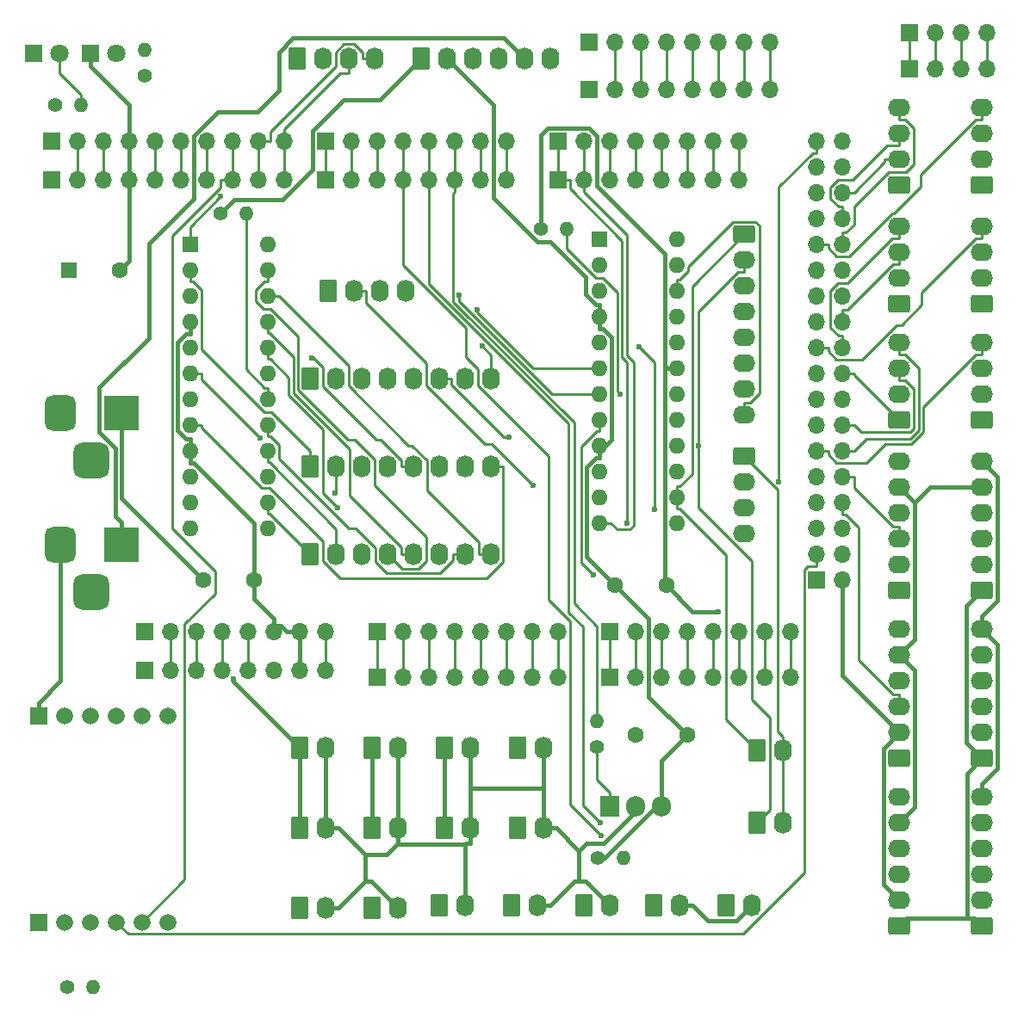
<source format=gbr>
%TF.GenerationSoftware,KiCad,Pcbnew,(6.0.7-1)-1*%
%TF.CreationDate,2023-11-05T11:58:30+10:00*%
%TF.ProjectId,Right Console Output,52696768-7420-4436-9f6e-736f6c65204f,rev?*%
%TF.SameCoordinates,Original*%
%TF.FileFunction,Copper,L2,Bot*%
%TF.FilePolarity,Positive*%
%FSLAX46Y46*%
G04 Gerber Fmt 4.6, Leading zero omitted, Abs format (unit mm)*
G04 Created by KiCad (PCBNEW (6.0.7-1)-1) date 2023-11-05 11:58:30*
%MOMM*%
%LPD*%
G01*
G04 APERTURE LIST*
G04 Aperture macros list*
%AMRoundRect*
0 Rectangle with rounded corners*
0 $1 Rounding radius*
0 $2 $3 $4 $5 $6 $7 $8 $9 X,Y pos of 4 corners*
0 Add a 4 corners polygon primitive as box body*
4,1,4,$2,$3,$4,$5,$6,$7,$8,$9,$2,$3,0*
0 Add four circle primitives for the rounded corners*
1,1,$1+$1,$2,$3*
1,1,$1+$1,$4,$5*
1,1,$1+$1,$6,$7*
1,1,$1+$1,$8,$9*
0 Add four rect primitives between the rounded corners*
20,1,$1+$1,$2,$3,$4,$5,0*
20,1,$1+$1,$4,$5,$6,$7,0*
20,1,$1+$1,$6,$7,$8,$9,0*
20,1,$1+$1,$8,$9,$2,$3,0*%
G04 Aperture macros list end*
%TA.AperFunction,ComponentPad*%
%ADD10R,1.700000X1.700000*%
%TD*%
%TA.AperFunction,ComponentPad*%
%ADD11O,1.700000X1.700000*%
%TD*%
%TA.AperFunction,ComponentPad*%
%ADD12C,1.600000*%
%TD*%
%TA.AperFunction,ComponentPad*%
%ADD13C,1.400000*%
%TD*%
%TA.AperFunction,ComponentPad*%
%ADD14O,1.400000X1.400000*%
%TD*%
%TA.AperFunction,ComponentPad*%
%ADD15RoundRect,0.250000X-0.845000X0.620000X-0.845000X-0.620000X0.845000X-0.620000X0.845000X0.620000X0*%
%TD*%
%TA.AperFunction,ComponentPad*%
%ADD16O,2.190000X1.740000*%
%TD*%
%TA.AperFunction,ComponentPad*%
%ADD17RoundRect,0.250000X0.845000X-0.620000X0.845000X0.620000X-0.845000X0.620000X-0.845000X-0.620000X0*%
%TD*%
%TA.AperFunction,ComponentPad*%
%ADD18RoundRect,0.250000X-0.620000X-0.845000X0.620000X-0.845000X0.620000X0.845000X-0.620000X0.845000X0*%
%TD*%
%TA.AperFunction,ComponentPad*%
%ADD19O,1.740000X2.190000*%
%TD*%
%TA.AperFunction,ComponentPad*%
%ADD20R,1.600000X1.600000*%
%TD*%
%TA.AperFunction,ComponentPad*%
%ADD21O,1.600000X1.600000*%
%TD*%
%TA.AperFunction,ComponentPad*%
%ADD22R,3.500000X3.500000*%
%TD*%
%TA.AperFunction,ComponentPad*%
%ADD23RoundRect,0.750000X-0.750000X-1.000000X0.750000X-1.000000X0.750000X1.000000X-0.750000X1.000000X0*%
%TD*%
%TA.AperFunction,ComponentPad*%
%ADD24RoundRect,0.875000X-0.875000X-0.875000X0.875000X-0.875000X0.875000X0.875000X-0.875000X0.875000X0*%
%TD*%
%TA.AperFunction,ComponentPad*%
%ADD25R,1.905000X2.000000*%
%TD*%
%TA.AperFunction,ComponentPad*%
%ADD26O,1.905000X2.000000*%
%TD*%
%TA.AperFunction,ComponentPad*%
%ADD27R,1.800000X1.800000*%
%TD*%
%TA.AperFunction,ComponentPad*%
%ADD28C,1.800000*%
%TD*%
%TA.AperFunction,ComponentPad*%
%ADD29R,1.665000X1.665000*%
%TD*%
%TA.AperFunction,ComponentPad*%
%ADD30C,1.665000*%
%TD*%
%TA.AperFunction,ViaPad*%
%ADD31C,0.600000*%
%TD*%
%TA.AperFunction,Conductor*%
%ADD32C,0.250000*%
%TD*%
%TA.AperFunction,Conductor*%
%ADD33C,0.400000*%
%TD*%
G04 APERTURE END LIST*
D10*
%TO.P,J45,1,Pin_1*%
%TO.N,GND*%
X193980000Y-92380000D03*
D11*
%TO.P,J45,2,Pin_2*%
X196520000Y-92380000D03*
%TO.P,J45,3,Pin_3*%
%TO.N,SCLK*%
X193980000Y-89840000D03*
%TO.P,J45,4,Pin_4*%
%TO.N,ES1_RST*%
X196520000Y-89840000D03*
%TO.P,J45,5,Pin_5*%
%TO.N,MISO*%
X193980000Y-87300000D03*
%TO.P,J45,6,Pin_6*%
%TO.N,MOSI*%
X196520000Y-87300000D03*
%TO.P,J45,7,Pin_7*%
%TO.N,/48*%
X193980000Y-84760000D03*
%TO.P,J45,8,Pin_8*%
%TO.N,/49*%
X196520000Y-84760000D03*
%TO.P,J45,9,Pin_9*%
%TO.N,/\u002A46*%
X193980000Y-82220000D03*
%TO.P,J45,10,Pin_10*%
%TO.N,/47*%
X196520000Y-82220000D03*
%TO.P,J45,11,Pin_11*%
%TO.N,/\u002A44*%
X193980000Y-79680000D03*
%TO.P,J45,12,Pin_12*%
%TO.N,/\u002A45*%
X196520000Y-79680000D03*
%TO.P,J45,13,Pin_13*%
%TO.N,/42*%
X193980000Y-77140000D03*
%TO.P,J45,14,Pin_14*%
%TO.N,/43*%
X196520000Y-77140000D03*
%TO.P,J45,15,Pin_15*%
%TO.N,/40*%
X193980000Y-74600000D03*
%TO.P,J45,16,Pin_16*%
%TO.N,/41*%
X196520000Y-74600000D03*
%TO.P,J45,17,Pin_17*%
%TO.N,/38*%
X193980000Y-72060000D03*
%TO.P,J45,18,Pin_18*%
%TO.N,/39*%
X196520000Y-72060000D03*
%TO.P,J45,19,Pin_19*%
%TO.N,/36*%
X193980000Y-69520000D03*
%TO.P,J45,20,Pin_20*%
%TO.N,/37*%
X196520000Y-69520000D03*
%TO.P,J45,21,Pin_21*%
%TO.N,/34*%
X193980000Y-66980000D03*
%TO.P,J45,22,Pin_22*%
%TO.N,/35*%
X196520000Y-66980000D03*
%TO.P,J45,23,Pin_23*%
%TO.N,/32*%
X193980000Y-64440000D03*
%TO.P,J45,24,Pin_24*%
%TO.N,/33*%
X196520000Y-64440000D03*
%TO.P,J45,25,Pin_25*%
%TO.N,/30*%
X193980000Y-61900000D03*
%TO.P,J45,26,Pin_26*%
%TO.N,/31*%
X196520000Y-61900000D03*
%TO.P,J45,27,Pin_27*%
%TO.N,/28*%
X193980000Y-59360000D03*
%TO.P,J45,28,Pin_28*%
%TO.N,/29*%
X196520000Y-59360000D03*
%TO.P,J45,29,Pin_29*%
%TO.N,/26*%
X193980000Y-56820000D03*
%TO.P,J45,30,Pin_30*%
%TO.N,/27*%
X196520000Y-56820000D03*
%TO.P,J45,31,Pin_31*%
%TO.N,/24*%
X193980000Y-54280000D03*
%TO.P,J45,32,Pin_32*%
%TO.N,/25*%
X196520000Y-54280000D03*
%TO.P,J45,33,Pin_33*%
%TO.N,/22*%
X193980000Y-51740000D03*
%TO.P,J45,34,Pin_34*%
%TO.N,/23*%
X196520000Y-51740000D03*
%TO.P,J45,35,Pin_35*%
%TO.N,+5V*%
X193980000Y-49200000D03*
%TO.P,J45,36,Pin_36*%
X196520000Y-49200000D03*
%TD*%
D10*
%TO.P,J42,1,Pin_1*%
%TO.N,unconnected-(J42-Pad1)*%
X127940000Y-97460000D03*
D11*
%TO.P,J42,2,Pin_2*%
%TO.N,/IOREF*%
X130480000Y-97460000D03*
%TO.P,J42,3,Pin_3*%
%TO.N,/~{RESET}*%
X133020000Y-97460000D03*
%TO.P,J42,4,Pin_4*%
%TO.N,+3V3*%
X135560000Y-97460000D03*
%TO.P,J42,5,Pin_5*%
%TO.N,+5V*%
X138100000Y-97460000D03*
%TO.P,J42,6,Pin_6*%
%TO.N,GND*%
X140640000Y-97460000D03*
%TO.P,J42,7,Pin_7*%
X143180000Y-97460000D03*
%TO.P,J42,8,Pin_8*%
%TO.N,VCC*%
X145720000Y-97460000D03*
%TD*%
D10*
%TO.P,J43,1,Pin_1*%
%TO.N,/A0*%
X150800000Y-97460000D03*
D11*
%TO.P,J43,2,Pin_2*%
%TO.N,/A1*%
X153340000Y-97460000D03*
%TO.P,J43,3,Pin_3*%
%TO.N,/A2*%
X155880000Y-97460000D03*
%TO.P,J43,4,Pin_4*%
%TO.N,/A3*%
X158420000Y-97460000D03*
%TO.P,J43,5,Pin_5*%
%TO.N,/A4*%
X160960000Y-97460000D03*
%TO.P,J43,6,Pin_6*%
%TO.N,/A5*%
X163500000Y-97460000D03*
%TO.P,J43,7,Pin_7*%
%TO.N,/A6*%
X166040000Y-97460000D03*
%TO.P,J43,8,Pin_8*%
%TO.N,/A7*%
X168580000Y-97460000D03*
%TD*%
D10*
%TO.P,J44,1,Pin_1*%
%TO.N,/A8*%
X173660000Y-97460000D03*
D11*
%TO.P,J44,2,Pin_2*%
%TO.N,/A9*%
X176200000Y-97460000D03*
%TO.P,J44,3,Pin_3*%
%TO.N,/A10*%
X178740000Y-97460000D03*
%TO.P,J44,4,Pin_4*%
%TO.N,/A11*%
X181280000Y-97460000D03*
%TO.P,J44,5,Pin_5*%
%TO.N,/A12*%
X183820000Y-97460000D03*
%TO.P,J44,6,Pin_6*%
%TO.N,/A13*%
X186360000Y-97460000D03*
%TO.P,J44,7,Pin_7*%
%TO.N,/A14*%
X188900000Y-97460000D03*
%TO.P,J44,8,Pin_8*%
%TO.N,/A15*%
X191440000Y-97460000D03*
%TD*%
D10*
%TO.P,J46,1,Pin_1*%
%TO.N,/SCL{slash}21*%
X118796000Y-49200000D03*
D11*
%TO.P,J46,2,Pin_2*%
%TO.N,/SDA{slash}20*%
X121336000Y-49200000D03*
%TO.P,J46,3,Pin_3*%
%TO.N,/AREF*%
X123876000Y-49200000D03*
%TO.P,J46,4,Pin_4*%
%TO.N,GND*%
X126416000Y-49200000D03*
%TO.P,J46,5,Pin_5*%
%TO.N,/\u002A13*%
X128956000Y-49200000D03*
%TO.P,J46,6,Pin_6*%
%TO.N,/\u002A12*%
X131496000Y-49200000D03*
%TO.P,J46,7,Pin_7*%
%TO.N,/\u002A11*%
X134036000Y-49200000D03*
%TO.P,J46,8,Pin_8*%
%TO.N,SS*%
X136576000Y-49200000D03*
%TO.P,J46,9,Pin_9*%
%TO.N,/\u002A9*%
X139116000Y-49200000D03*
%TO.P,J46,10,Pin_10*%
%TO.N,/\u002A8*%
X141656000Y-49200000D03*
%TD*%
D10*
%TO.P,J47,1,Pin_1*%
%TO.N,/\u002A7*%
X145720000Y-49200000D03*
D11*
%TO.P,J47,2,Pin_2*%
%TO.N,/\u002A6*%
X148260000Y-49200000D03*
%TO.P,J47,3,Pin_3*%
%TO.N,/\u002A5*%
X150800000Y-49200000D03*
%TO.P,J47,4,Pin_4*%
%TO.N,/\u002A4*%
X153340000Y-49200000D03*
%TO.P,J47,5,Pin_5*%
%TO.N,/\u002A3*%
X155880000Y-49200000D03*
%TO.P,J47,6,Pin_6*%
%TO.N,/\u002A2*%
X158420000Y-49200000D03*
%TO.P,J47,7,Pin_7*%
%TO.N,/TX0{slash}1*%
X160960000Y-49200000D03*
%TO.P,J47,8,Pin_8*%
%TO.N,/RX0{slash}0*%
X163500000Y-49200000D03*
%TD*%
D10*
%TO.P,J48,1,Pin_1*%
%TO.N,CLK*%
X168580000Y-49200000D03*
D11*
%TO.P,J48,2,Pin_2*%
%TO.N,LOAD*%
X171120000Y-49200000D03*
%TO.P,J48,3,Pin_3*%
%TO.N,DIN*%
X173660000Y-49200000D03*
%TO.P,J48,4,Pin_4*%
%TO.N,/RX2{slash}17*%
X176200000Y-49200000D03*
%TO.P,J48,5,Pin_5*%
%TO.N,/TX1{slash}18*%
X178740000Y-49200000D03*
%TO.P,J48,6,Pin_6*%
%TO.N,/RX1{slash}19*%
X181280000Y-49200000D03*
%TO.P,J48,7,Pin_7*%
%TO.N,/SDA{slash}20*%
X183820000Y-49200000D03*
%TO.P,J48,8,Pin_8*%
%TO.N,/SCL{slash}21*%
X186360000Y-49200000D03*
%TD*%
D12*
%TO.P,C3,1*%
%TO.N,+5VD*%
X179208000Y-92888000D03*
%TO.P,C3,2*%
%TO.N,GND*%
X174208000Y-92888000D03*
%TD*%
D13*
%TO.P,R4,1*%
%TO.N,/\u002A6*%
X119100000Y-45644000D03*
D14*
%TO.P,R4,2*%
%TO.N,Net-(D2-Pad2)*%
X121640000Y-45644000D03*
%TD*%
D10*
%TO.P,J15,1,Pin_1*%
%TO.N,Net-(J10-Pad1)*%
X203124000Y-38532000D03*
D11*
%TO.P,J15,2,Pin_2*%
%TO.N,Net-(J10-Pad2)*%
X205664000Y-38532000D03*
%TO.P,J15,3,Pin_3*%
%TO.N,Net-(J10-Pad3)*%
X208204000Y-38532000D03*
%TO.P,J15,4,Pin_4*%
%TO.N,Net-(J10-Pad4)*%
X210744000Y-38532000D03*
%TD*%
D15*
%TO.P,J55,1,Pin_1*%
%TO.N,/MAX7219A/SEG_A1*%
X186868000Y-58344000D03*
D16*
%TO.P,J55,2,Pin_2*%
%TO.N,/MAX7219A/SEG_B1*%
X186868000Y-60884000D03*
%TO.P,J55,3,Pin_3*%
%TO.N,/MAX7219A/SEG_C1*%
X186868000Y-63424000D03*
%TO.P,J55,4,Pin_4*%
%TO.N,/MAX7219A/SEG_D1*%
X186868000Y-65964000D03*
%TO.P,J55,5,Pin_5*%
%TO.N,/MAX7219A/SEG_E1*%
X186868000Y-68504000D03*
%TO.P,J55,6,Pin_6*%
%TO.N,/MAX7219A/SEG_F1*%
X186868000Y-71044000D03*
%TO.P,J55,7,Pin_7*%
%TO.N,/MAX7219A/SEG_G1*%
X186868000Y-73584000D03*
%TO.P,J55,8,Pin_8*%
%TO.N,/MAX7219A/SEG_DP1*%
X186868000Y-76124000D03*
%TD*%
D17*
%TO.P,J35,1,Pin_1*%
%TO.N,/38*%
X210236000Y-76632000D03*
D16*
%TO.P,J35,2,Pin_2*%
%TO.N,/40*%
X210236000Y-74092000D03*
%TO.P,J35,3,Pin_3*%
%TO.N,/42*%
X210236000Y-71552000D03*
%TO.P,J35,4,Pin_4*%
%TO.N,/\u002A44*%
X210236000Y-69012000D03*
%TD*%
D10*
%TO.P,J11,1,Pin_1*%
%TO.N,Net-(J11-Pad1)*%
X171628000Y-39470000D03*
D11*
%TO.P,J11,2,Pin_2*%
%TO.N,Net-(J11-Pad2)*%
X174168000Y-39470000D03*
%TO.P,J11,3,Pin_3*%
%TO.N,Net-(J11-Pad3)*%
X176708000Y-39470000D03*
%TO.P,J11,4,Pin_4*%
%TO.N,Net-(J11-Pad4)*%
X179248000Y-39470000D03*
%TO.P,J11,5,Pin_5*%
%TO.N,Net-(J11-Pad5)*%
X181788000Y-39470000D03*
%TO.P,J11,6,Pin_6*%
%TO.N,Net-(J11-Pad6)*%
X184328000Y-39470000D03*
%TO.P,J11,7,Pin_7*%
%TO.N,Net-(J11-Pad7)*%
X186868000Y-39470000D03*
%TO.P,J11,8,Pin_8*%
%TO.N,Net-(J11-Pad8)*%
X189408000Y-39470000D03*
%TD*%
D13*
%TO.P,R5,1*%
%TO.N,+3V3*%
X120325000Y-132385000D03*
D14*
%TO.P,R5,2*%
%TO.N,Net-(R5-Pad2)*%
X122865000Y-132385000D03*
%TD*%
D18*
%TO.P,J12,1,Pin_1*%
%TO.N,+12V*%
X157440000Y-116760000D03*
D19*
%TO.P,J12,2,Pin_2*%
%TO.N,/BACKLIGHT_-V*%
X159980000Y-116760000D03*
%TD*%
D17*
%TO.P,J39,1,Pin_1*%
%TO.N,/31*%
X202128000Y-65175000D03*
D16*
%TO.P,J39,2,Pin_2*%
%TO.N,/33*%
X202128000Y-62635000D03*
%TO.P,J39,3,Pin_3*%
%TO.N,/35*%
X202128000Y-60095000D03*
%TO.P,J39,4,Pin_4*%
%TO.N,/37*%
X202128000Y-57555000D03*
%TD*%
D10*
%TO.P,J33,1,Pin_1*%
%TO.N,/A8*%
X173660000Y-101905000D03*
D11*
%TO.P,J33,2,Pin_2*%
%TO.N,/A9*%
X176200000Y-101905000D03*
%TO.P,J33,3,Pin_3*%
%TO.N,/A10*%
X178740000Y-101905000D03*
%TO.P,J33,4,Pin_4*%
%TO.N,/A11*%
X181280000Y-101905000D03*
%TO.P,J33,5,Pin_5*%
%TO.N,/A12*%
X183820000Y-101905000D03*
%TO.P,J33,6,Pin_6*%
%TO.N,/A13*%
X186360000Y-101905000D03*
%TO.P,J33,7,Pin_7*%
%TO.N,/A14*%
X188900000Y-101905000D03*
%TO.P,J33,8,Pin_8*%
%TO.N,/A15*%
X191440000Y-101905000D03*
%TD*%
D18*
%TO.P,J53,1,Pin_1*%
%TO.N,/MAX7219A/SEG_A1*%
X188138000Y-109164000D03*
D19*
%TO.P,J53,2,Pin_2*%
%TO.N,/MAX7219A/DIG_B4*%
X190678000Y-109164000D03*
%TD*%
D18*
%TO.P,J51,1,Pin_1*%
%TO.N,/MAX7219A/DIG_B0*%
X145974000Y-63952000D03*
D19*
%TO.P,J51,2,Pin_2*%
%TO.N,/MAX7219A/DIG_B1*%
X148514000Y-63952000D03*
%TO.P,J51,3,Pin_3*%
%TO.N,/MAX7219A/DIG_B2*%
X151054000Y-63952000D03*
%TO.P,J51,4,Pin_4*%
%TO.N,/MAX7219A/DIG_B3*%
X153594000Y-63952000D03*
%TD*%
D18*
%TO.P,J18,1,Pin_1*%
%TO.N,+12V*%
X143180000Y-124610000D03*
D19*
%TO.P,J18,2,Pin_2*%
%TO.N,/BACKLIGHT_-V*%
X145720000Y-124610000D03*
%TD*%
D17*
%TO.P,J28,1,Pin_1*%
%TO.N,+5VD*%
X202128000Y-109906000D03*
D16*
%TO.P,J28,2,Pin_2*%
%TO.N,GND*%
X202128000Y-107366000D03*
%TO.P,J28,3,Pin_3*%
%TO.N,/49*%
X202128000Y-104826000D03*
%TO.P,J28,4,Pin_4*%
%TO.N,unconnected-(J28-Pad4)*%
X202128000Y-102286000D03*
%TO.P,J28,5,Pin_5*%
%TO.N,+12V*%
X202128000Y-99746000D03*
%TO.P,J28,6,Pin_6*%
%TO.N,/BACKLIGHT_-V*%
X202128000Y-97206000D03*
%TD*%
D10*
%TO.P,J41,1,Pin_1*%
%TO.N,unconnected-(J41-Pad1)*%
X127940000Y-101270000D03*
D11*
%TO.P,J41,2,Pin_2*%
%TO.N,/IOREF*%
X130480000Y-101270000D03*
%TO.P,J41,3,Pin_3*%
%TO.N,/~{RESET}*%
X133020000Y-101270000D03*
%TO.P,J41,4,Pin_4*%
%TO.N,+3V3*%
X135560000Y-101270000D03*
%TO.P,J41,5,Pin_5*%
%TO.N,+5V*%
X138100000Y-101270000D03*
%TO.P,J41,6,Pin_6*%
%TO.N,GND*%
X140640000Y-101270000D03*
%TO.P,J41,7,Pin_7*%
X143180000Y-101270000D03*
%TO.P,J41,8,Pin_8*%
%TO.N,VCC*%
X145720000Y-101270000D03*
%TD*%
D18*
%TO.P,J49,1,Pin_1*%
%TO.N,/MAX7219A/DIG_A0*%
X144196000Y-81204000D03*
D19*
%TO.P,J49,2,Pin_2*%
%TO.N,/MAX7219A/DIG_A1*%
X146736000Y-81204000D03*
%TO.P,J49,3,Pin_3*%
%TO.N,/MAX7219A/DIG_A2*%
X149276000Y-81204000D03*
%TO.P,J49,4,Pin_4*%
%TO.N,/MAX7219A/DIG_A3*%
X151816000Y-81204000D03*
%TO.P,J49,5,Pin_5*%
%TO.N,/MAX7219A/DIG_A4*%
X154356000Y-81204000D03*
%TO.P,J49,6,Pin_6*%
%TO.N,/MAX7219A/DIG_A5*%
X156896000Y-81204000D03*
%TO.P,J49,7,Pin_7*%
%TO.N,/MAX7219A/DIG_A6*%
X159436000Y-81204000D03*
%TO.P,J49,8,Pin_8*%
%TO.N,/MAX7219A/DIG_A7*%
X161976000Y-81204000D03*
%TD*%
D18*
%TO.P,J14,1,Pin_1*%
%TO.N,+12V*%
X177978000Y-124404000D03*
D19*
%TO.P,J14,2,Pin_2*%
%TO.N,/BACKLIGHT_-V*%
X180518000Y-124404000D03*
%TD*%
D13*
%TO.P,R6,1*%
%TO.N,+5VD*%
X135356000Y-56312000D03*
D14*
%TO.P,R6,2*%
%TO.N,Net-(R6-Pad2)*%
X137896000Y-56312000D03*
%TD*%
D12*
%TO.P,C1,1*%
%TO.N,+5VD*%
X133695000Y-92380000D03*
%TO.P,C1,2*%
%TO.N,GND*%
X138695000Y-92380000D03*
%TD*%
D18*
%TO.P,J9,1,Pin_1*%
%TO.N,+12V*%
X185108000Y-124404000D03*
D19*
%TO.P,J9,2,Pin_2*%
%TO.N,/BACKLIGHT_-V*%
X187648000Y-124404000D03*
%TD*%
D17*
%TO.P,J40,1,Pin_1*%
%TO.N,/22*%
X210236000Y-53518000D03*
D16*
%TO.P,J40,2,Pin_2*%
%TO.N,/24*%
X210236000Y-50978000D03*
%TO.P,J40,3,Pin_3*%
%TO.N,/26*%
X210236000Y-48438000D03*
%TO.P,J40,4,Pin_4*%
%TO.N,/28*%
X210236000Y-45898000D03*
%TD*%
D20*
%TO.P,U2,1,DIN*%
%TO.N,DIN*%
X132385000Y-59360000D03*
D21*
%TO.P,U2,2,DIG_0*%
%TO.N,/MAX7219A/DIG_A0*%
X132385000Y-61900000D03*
%TO.P,U2,3,DIG_4*%
%TO.N,/MAX7219A/DIG_A4*%
X132385000Y-64440000D03*
%TO.P,U2,4,GND*%
%TO.N,GND*%
X132385000Y-66980000D03*
%TO.P,U2,5,DIG_6*%
%TO.N,/MAX7219A/DIG_A6*%
X132385000Y-69520000D03*
%TO.P,U2,6,DIG_2*%
%TO.N,/MAX7219A/DIG_A2*%
X132385000Y-72060000D03*
%TO.P,U2,7,DIG_3*%
%TO.N,/MAX7219A/DIG_A3*%
X132385000Y-74600000D03*
%TO.P,U2,8,DIG_7*%
%TO.N,/MAX7219A/DIG_A7*%
X132385000Y-77140000D03*
%TO.P,U2,9,GND*%
%TO.N,GND*%
X132385000Y-79680000D03*
%TO.P,U2,10,DIG_5*%
%TO.N,/MAX7219A/DIG_A5*%
X132385000Y-82220000D03*
%TO.P,U2,11,DIG_1*%
%TO.N,/MAX7219A/DIG_A1*%
X132385000Y-84760000D03*
%TO.P,U2,12,LOAD*%
%TO.N,LOAD*%
X132385000Y-87300000D03*
%TO.P,U2,13,CLK*%
%TO.N,CLK*%
X140005000Y-87300000D03*
%TO.P,U2,14,SEG_A*%
%TO.N,/MAX7219A/SEG_A0*%
X140005000Y-84760000D03*
%TO.P,U2,15,SEG_F*%
%TO.N,/MAX7219A/SEG_F0*%
X140005000Y-82220000D03*
%TO.P,U2,16,SEG_B*%
%TO.N,/MAX7219A/SEG_B0*%
X140005000Y-79680000D03*
%TO.P,U2,17,SEG_G*%
%TO.N,/MAX7219A/SEG_G0*%
X140005000Y-77140000D03*
%TO.P,U2,18,ISET*%
%TO.N,Net-(R6-Pad2)*%
X140005000Y-74600000D03*
%TO.P,U2,19,V+*%
%TO.N,+5VD*%
X140005000Y-72060000D03*
%TO.P,U2,20,SEG_C*%
%TO.N,/MAX7219A/SEG_C0*%
X140005000Y-69520000D03*
%TO.P,U2,21,SEG_E*%
%TO.N,/MAX7219A/SEG_E0*%
X140005000Y-66980000D03*
%TO.P,U2,22,SEG_DP*%
%TO.N,/MAX7219A/SEG_DP0*%
X140005000Y-64440000D03*
%TO.P,U2,23,SEG_D*%
%TO.N,/MAX7219A/SEG_D0*%
X140005000Y-61900000D03*
%TO.P,U2,24,DOUT*%
%TO.N,/MAX7219A/A-DOUT-B-DIN*%
X140005000Y-59360000D03*
%TD*%
D17*
%TO.P,J27,1,Pin_1*%
%TO.N,+5VD*%
X210256000Y-126407000D03*
D16*
%TO.P,J27,2,Pin_2*%
%TO.N,GND*%
X210256000Y-123867000D03*
%TO.P,J27,3,Pin_3*%
%TO.N,/\u002A3*%
X210256000Y-121327000D03*
%TO.P,J27,4,Pin_4*%
%TO.N,unconnected-(J27-Pad4)*%
X210256000Y-118787000D03*
%TO.P,J27,5,Pin_5*%
%TO.N,+12V*%
X210256000Y-116247000D03*
%TO.P,J27,6,Pin_6*%
%TO.N,/BACKLIGHT_-V*%
X210256000Y-113707000D03*
%TD*%
D18*
%TO.P,J52,1,Pin_1*%
%TO.N,/MAX7219A/SEG_A1*%
X144196000Y-72568000D03*
D19*
%TO.P,J52,2,Pin_2*%
%TO.N,/MAX7219A/SEG_B1*%
X146736000Y-72568000D03*
%TO.P,J52,3,Pin_3*%
%TO.N,/MAX7219A/SEG_C1*%
X149276000Y-72568000D03*
%TO.P,J52,4,Pin_4*%
%TO.N,/MAX7219A/SEG_D1*%
X151816000Y-72568000D03*
%TO.P,J52,5,Pin_5*%
%TO.N,/MAX7219A/SEG_E1*%
X154356000Y-72568000D03*
%TO.P,J52,6,Pin_6*%
%TO.N,/MAX7219A/SEG_F1*%
X156896000Y-72568000D03*
%TO.P,J52,7,Pin_7*%
%TO.N,/MAX7219A/SEG_G1*%
X159436000Y-72568000D03*
%TO.P,J52,8,Pin_8*%
%TO.N,/MAX7219A/SEG_DP1*%
X161976000Y-72568000D03*
%TD*%
D18*
%TO.P,J19,1,Pin_1*%
%TO.N,+12V*%
X171138000Y-124384000D03*
D19*
%TO.P,J19,2,Pin_2*%
%TO.N,/BACKLIGHT_-V*%
X173678000Y-124384000D03*
%TD*%
D13*
%TO.P,R1,1*%
%TO.N,Net-(Q1-Pad1)*%
X172430000Y-108840000D03*
D14*
%TO.P,R1,2*%
%TO.N,/\u002A2*%
X172430000Y-106300000D03*
%TD*%
D18*
%TO.P,J34,1,Pin_1*%
%TO.N,/\u002A6*%
X142926000Y-41092000D03*
D19*
%TO.P,J34,2,Pin_2*%
%TO.N,/\u002A7*%
X145466000Y-41092000D03*
%TO.P,J34,3,Pin_3*%
%TO.N,/\u002A8*%
X148006000Y-41092000D03*
%TO.P,J34,4,Pin_4*%
%TO.N,/\u002A9*%
X150546000Y-41092000D03*
%TD*%
D18*
%TO.P,J17,1,Pin_1*%
%TO.N,+12V*%
X150310000Y-116760000D03*
D19*
%TO.P,J17,2,Pin_2*%
%TO.N,/BACKLIGHT_-V*%
X152850000Y-116760000D03*
%TD*%
D18*
%TO.P,J8,1,Pin_1*%
%TO.N,+12V*%
X150310000Y-108910000D03*
D19*
%TO.P,J8,2,Pin_2*%
%TO.N,/BACKLIGHT_-V*%
X152850000Y-108910000D03*
%TD*%
D18*
%TO.P,J5,1,Pin_1*%
%TO.N,+12V*%
X143180000Y-116760000D03*
D19*
%TO.P,J5,2,Pin_2*%
%TO.N,/BACKLIGHT_-V*%
X145720000Y-116760000D03*
%TD*%
D18*
%TO.P,J6,1,Pin_1*%
%TO.N,+12V*%
X156878000Y-124384000D03*
D19*
%TO.P,J6,2,Pin_2*%
%TO.N,/BACKLIGHT_-V*%
X159418000Y-124384000D03*
%TD*%
D18*
%TO.P,J3,1,Pin_1*%
%TO.N,+12V*%
X164008000Y-124384000D03*
D19*
%TO.P,J3,2,Pin_2*%
%TO.N,/BACKLIGHT_-V*%
X166548000Y-124384000D03*
%TD*%
D10*
%TO.P,J26,1,Pin_1*%
%TO.N,CLK*%
X168580000Y-53010000D03*
D11*
%TO.P,J26,2,Pin_2*%
%TO.N,LOAD*%
X171120000Y-53010000D03*
%TO.P,J26,3,Pin_3*%
%TO.N,DIN*%
X173660000Y-53010000D03*
%TO.P,J26,4,Pin_4*%
%TO.N,/RX2{slash}17*%
X176200000Y-53010000D03*
%TO.P,J26,5,Pin_5*%
%TO.N,/TX1{slash}18*%
X178740000Y-53010000D03*
%TO.P,J26,6,Pin_6*%
%TO.N,/RX1{slash}19*%
X181280000Y-53010000D03*
%TO.P,J26,7,Pin_7*%
%TO.N,/SDA{slash}20*%
X183820000Y-53010000D03*
%TO.P,J26,8,Pin_8*%
%TO.N,/SCL{slash}21*%
X186360000Y-53010000D03*
%TD*%
D18*
%TO.P,J2,1,Pin_1*%
%TO.N,+12V*%
X150310000Y-124610000D03*
D19*
%TO.P,J2,2,Pin_2*%
%TO.N,/BACKLIGHT_-V*%
X152850000Y-124610000D03*
%TD*%
D17*
%TO.P,J29,1,Pin_1*%
%TO.N,+5VD*%
X210256000Y-109906000D03*
D16*
%TO.P,J29,2,Pin_2*%
%TO.N,GND*%
X210256000Y-107366000D03*
%TO.P,J29,3,Pin_3*%
%TO.N,/48*%
X210256000Y-104826000D03*
%TO.P,J29,4,Pin_4*%
%TO.N,unconnected-(J29-Pad4)*%
X210256000Y-102286000D03*
%TO.P,J29,5,Pin_5*%
%TO.N,+12V*%
X210256000Y-99746000D03*
%TO.P,J29,6,Pin_6*%
%TO.N,/BACKLIGHT_-V*%
X210256000Y-97206000D03*
%TD*%
D15*
%TO.P,J56,1,Pin_1*%
%TO.N,/MAX7219A/DIG_B4*%
X186868000Y-80188000D03*
D16*
%TO.P,J56,2,Pin_2*%
%TO.N,/MAX7219A/DIG_B5*%
X186868000Y-82728000D03*
%TO.P,J56,3,Pin_3*%
%TO.N,/MAX7219A/DIG_B6*%
X186868000Y-85268000D03*
%TO.P,J56,4,Pin_4*%
%TO.N,/MAX7219A/DIG_B7*%
X186868000Y-87808000D03*
%TD*%
D17*
%TO.P,J37,1,Pin_1*%
%TO.N,/23*%
X202128000Y-53518000D03*
D16*
%TO.P,J37,2,Pin_2*%
%TO.N,/25*%
X202128000Y-50978000D03*
%TO.P,J37,3,Pin_3*%
%TO.N,/27*%
X202128000Y-48438000D03*
%TO.P,J37,4,Pin_4*%
%TO.N,/29*%
X202128000Y-45898000D03*
%TD*%
D18*
%TO.P,J7,1,Pin_1*%
%TO.N,+12V*%
X164570000Y-116760000D03*
D19*
%TO.P,J7,2,Pin_2*%
%TO.N,/BACKLIGHT_-V*%
X167110000Y-116760000D03*
%TD*%
D13*
%TO.P,R7,1*%
%TO.N,+5VD*%
X166852000Y-57836000D03*
D14*
%TO.P,R7,2*%
%TO.N,Net-(R7-Pad2)*%
X169392000Y-57836000D03*
%TD*%
D17*
%TO.P,J21,1,Pin_1*%
%TO.N,+5VD*%
X202108000Y-126416000D03*
D16*
%TO.P,J21,2,Pin_2*%
%TO.N,GND*%
X202108000Y-123876000D03*
%TO.P,J21,3,Pin_3*%
%TO.N,/\u002A4*%
X202108000Y-121336000D03*
%TO.P,J21,4,Pin_4*%
%TO.N,unconnected-(J21-Pad4)*%
X202108000Y-118796000D03*
%TO.P,J21,5,Pin_5*%
%TO.N,+12V*%
X202108000Y-116256000D03*
%TO.P,J21,6,Pin_6*%
%TO.N,/BACKLIGHT_-V*%
X202108000Y-113716000D03*
%TD*%
D22*
%TO.P,J22,1,Pin_1*%
%TO.N,+12V*%
X125660000Y-88882500D03*
D23*
%TO.P,J22,2,Pin_2*%
%TO.N,GND*%
X119660000Y-88882500D03*
D24*
%TO.P,J22,3*%
%TO.N,N/C*%
X122660000Y-93582500D03*
%TD*%
D17*
%TO.P,J31,1,Pin_1*%
%TO.N,+5VD*%
X210236000Y-93396000D03*
D16*
%TO.P,J31,2,Pin_2*%
%TO.N,GND*%
X210236000Y-90856000D03*
%TO.P,J31,3,Pin_3*%
%TO.N,/\u002A46*%
X210236000Y-88316000D03*
%TO.P,J31,4,Pin_4*%
%TO.N,unconnected-(J31-Pad4)*%
X210236000Y-85776000D03*
%TO.P,J31,5,Pin_5*%
%TO.N,+12V*%
X210236000Y-83236000D03*
%TO.P,J31,6,Pin_6*%
%TO.N,/BACKLIGHT_-V*%
X210236000Y-80696000D03*
%TD*%
D10*
%TO.P,J25,1,Pin_1*%
%TO.N,/\u002A7*%
X145720000Y-53010000D03*
D11*
%TO.P,J25,2,Pin_2*%
%TO.N,/\u002A6*%
X148260000Y-53010000D03*
%TO.P,J25,3,Pin_3*%
%TO.N,/\u002A5*%
X150800000Y-53010000D03*
%TO.P,J25,4,Pin_4*%
%TO.N,/\u002A4*%
X153340000Y-53010000D03*
%TO.P,J25,5,Pin_5*%
%TO.N,/\u002A3*%
X155880000Y-53010000D03*
%TO.P,J25,6,Pin_6*%
%TO.N,/\u002A2*%
X158420000Y-53010000D03*
%TO.P,J25,7,Pin_7*%
%TO.N,/TX0{slash}1*%
X160960000Y-53010000D03*
%TO.P,J25,8,Pin_8*%
%TO.N,/RX0{slash}0*%
X163500000Y-53010000D03*
%TD*%
D10*
%TO.P,J32,1,Pin_1*%
%TO.N,/A0*%
X150800000Y-101905000D03*
D11*
%TO.P,J32,2,Pin_2*%
%TO.N,/A1*%
X153340000Y-101905000D03*
%TO.P,J32,3,Pin_3*%
%TO.N,/A2*%
X155880000Y-101905000D03*
%TO.P,J32,4,Pin_4*%
%TO.N,/A3*%
X158420000Y-101905000D03*
%TO.P,J32,5,Pin_5*%
%TO.N,/A4*%
X160960000Y-101905000D03*
%TO.P,J32,6,Pin_6*%
%TO.N,/A5*%
X163500000Y-101905000D03*
%TO.P,J32,7,Pin_7*%
%TO.N,/A6*%
X166040000Y-101905000D03*
%TO.P,J32,8,Pin_8*%
%TO.N,/A7*%
X168580000Y-101905000D03*
%TD*%
D10*
%TO.P,J16,1,Pin_1*%
%TO.N,Net-(J11-Pad1)*%
X171628000Y-44120000D03*
D11*
%TO.P,J16,2,Pin_2*%
%TO.N,Net-(J11-Pad2)*%
X174168000Y-44120000D03*
%TO.P,J16,3,Pin_3*%
%TO.N,Net-(J11-Pad3)*%
X176708000Y-44120000D03*
%TO.P,J16,4,Pin_4*%
%TO.N,Net-(J11-Pad4)*%
X179248000Y-44120000D03*
%TO.P,J16,5,Pin_5*%
%TO.N,Net-(J11-Pad5)*%
X181788000Y-44120000D03*
%TO.P,J16,6,Pin_6*%
%TO.N,Net-(J11-Pad6)*%
X184328000Y-44120000D03*
%TO.P,J16,7,Pin_7*%
%TO.N,Net-(J11-Pad7)*%
X186868000Y-44120000D03*
%TO.P,J16,8,Pin_8*%
%TO.N,Net-(J11-Pad8)*%
X189408000Y-44120000D03*
%TD*%
D10*
%TO.P,J10,1,Pin_1*%
%TO.N,Net-(J10-Pad1)*%
X203124000Y-42088000D03*
D11*
%TO.P,J10,2,Pin_2*%
%TO.N,Net-(J10-Pad2)*%
X205664000Y-42088000D03*
%TO.P,J10,3,Pin_3*%
%TO.N,Net-(J10-Pad3)*%
X208204000Y-42088000D03*
%TO.P,J10,4,Pin_4*%
%TO.N,Net-(J10-Pad4)*%
X210744000Y-42088000D03*
%TD*%
D20*
%TO.P,C4,1*%
%TO.N,+5VD*%
X120457300Y-61900000D03*
D12*
%TO.P,C4,2*%
%TO.N,GND*%
X125457300Y-61900000D03*
%TD*%
D18*
%TO.P,J54,1,Pin_1*%
%TO.N,/MAX7219A/SEG_B1*%
X188138000Y-116276000D03*
D19*
%TO.P,J54,2,Pin_2*%
%TO.N,/MAX7219A/DIG_B4*%
X190678000Y-116276000D03*
%TD*%
D18*
%TO.P,J13,1,Pin_1*%
%TO.N,+12V*%
X157440000Y-108910000D03*
D19*
%TO.P,J13,2,Pin_2*%
%TO.N,/BACKLIGHT_-V*%
X159980000Y-108910000D03*
%TD*%
D17*
%TO.P,J36,1,Pin_1*%
%TO.N,/39*%
X202128000Y-76632000D03*
D16*
%TO.P,J36,2,Pin_2*%
%TO.N,/41*%
X202128000Y-74092000D03*
%TO.P,J36,3,Pin_3*%
%TO.N,/43*%
X202128000Y-71552000D03*
%TO.P,J36,4,Pin_4*%
%TO.N,/\u002A45*%
X202128000Y-69012000D03*
%TD*%
D18*
%TO.P,J4,1,Pin_1*%
%TO.N,+12V*%
X164570000Y-108910000D03*
D19*
%TO.P,J4,2,Pin_2*%
%TO.N,/BACKLIGHT_-V*%
X167110000Y-108910000D03*
%TD*%
D25*
%TO.P,Q1,1,G*%
%TO.N,Net-(Q1-Pad1)*%
X173660000Y-114605000D03*
D26*
%TO.P,Q1,2,D*%
%TO.N,/BACKLIGHT_-V*%
X176200000Y-114605000D03*
%TO.P,Q1,3,S*%
%TO.N,GND*%
X178740000Y-114605000D03*
%TD*%
D27*
%TO.P,D1,1,K*%
%TO.N,GND*%
X122601000Y-40564000D03*
D28*
%TO.P,D1,2,A*%
%TO.N,Net-(D1-Pad2)*%
X125141000Y-40564000D03*
%TD*%
D22*
%TO.P,J20,1,Pin_1*%
%TO.N,+5VD*%
X125660000Y-75945000D03*
D23*
%TO.P,J20,2,Pin_2*%
%TO.N,GND*%
X119660000Y-75945000D03*
D24*
%TO.P,J20,3*%
%TO.N,N/C*%
X122660000Y-80645000D03*
%TD*%
D20*
%TO.P,U3,1,DIN*%
%TO.N,/MAX7219A/A-DOUT-B-DIN*%
X172644000Y-58852000D03*
D21*
%TO.P,U3,2,DIG_0*%
%TO.N,/MAX7219A/DIG_B0*%
X172644000Y-61392000D03*
%TO.P,U3,3,DIG_4*%
%TO.N,/MAX7219A/DIG_B4*%
X172644000Y-63932000D03*
%TO.P,U3,4,GND*%
%TO.N,GND*%
X172644000Y-66472000D03*
%TO.P,U3,5,DIG_6*%
%TO.N,/MAX7219A/DIG_B6*%
X172644000Y-69012000D03*
%TO.P,U3,6,DIG_2*%
%TO.N,/MAX7219A/DIG_B2*%
X172644000Y-71552000D03*
%TO.P,U3,7,DIG_3*%
%TO.N,/MAX7219A/DIG_B3*%
X172644000Y-74092000D03*
%TO.P,U3,8,DIG_7*%
%TO.N,/MAX7219A/DIG_B7*%
X172644000Y-76632000D03*
%TO.P,U3,9,GND*%
%TO.N,GND*%
X172644000Y-79172000D03*
%TO.P,U3,10,DIG_5*%
%TO.N,/MAX7219A/DIG_B5*%
X172644000Y-81712000D03*
%TO.P,U3,11,DIG_1*%
%TO.N,/MAX7219A/DIG_B1*%
X172644000Y-84252000D03*
%TO.P,U3,12,LOAD*%
%TO.N,LOAD*%
X172644000Y-86792000D03*
%TO.P,U3,13,CLK*%
%TO.N,CLK*%
X180264000Y-86792000D03*
%TO.P,U3,14,SEG_A*%
%TO.N,/MAX7219A/SEG_A1*%
X180264000Y-84252000D03*
%TO.P,U3,15,SEG_F*%
%TO.N,/MAX7219A/SEG_F1*%
X180264000Y-81712000D03*
%TO.P,U3,16,SEG_B*%
%TO.N,/MAX7219A/SEG_B1*%
X180264000Y-79172000D03*
%TO.P,U3,17,SEG_G*%
%TO.N,/MAX7219A/SEG_G1*%
X180264000Y-76632000D03*
%TO.P,U3,18,ISET*%
%TO.N,Net-(R7-Pad2)*%
X180264000Y-74092000D03*
%TO.P,U3,19,V+*%
%TO.N,+5VD*%
X180264000Y-71552000D03*
%TO.P,U3,20,SEG_C*%
%TO.N,/MAX7219A/SEG_C1*%
X180264000Y-69012000D03*
%TO.P,U3,21,SEG_E*%
%TO.N,/MAX7219A/SEG_E1*%
X180264000Y-66472000D03*
%TO.P,U3,22,SEG_DP*%
%TO.N,/MAX7219A/SEG_DP1*%
X180264000Y-63932000D03*
%TO.P,U3,23,SEG_D*%
%TO.N,/MAX7219A/SEG_D1*%
X180264000Y-61392000D03*
%TO.P,U3,24,DOUT*%
%TO.N,/MAX7219A/B-DOUT-C-DIN*%
X180264000Y-58852000D03*
%TD*%
D13*
%TO.P,R3,1*%
%TO.N,/\u002A5*%
X127940000Y-42800000D03*
D14*
%TO.P,R3,2*%
%TO.N,Net-(D1-Pad2)*%
X127940000Y-40260000D03*
%TD*%
D17*
%TO.P,J38,1,Pin_1*%
%TO.N,/30*%
X210236000Y-65175000D03*
D16*
%TO.P,J38,2,Pin_2*%
%TO.N,/32*%
X210236000Y-62635000D03*
%TO.P,J38,3,Pin_3*%
%TO.N,/34*%
X210236000Y-60095000D03*
%TO.P,J38,4,Pin_4*%
%TO.N,/36*%
X210236000Y-57555000D03*
%TD*%
D29*
%TO.P,U1,A1,GND_1*%
%TO.N,GND*%
X117495000Y-126035000D03*
D30*
%TO.P,U1,A2,GND_2*%
X120035000Y-126035000D03*
%TO.P,U1,A3,MOSI*%
%TO.N,MOSI*%
X122575000Y-126035000D03*
%TO.P,U1,A4,SCLK*%
%TO.N,SCLK*%
X125115000Y-126035000D03*
%TO.P,U1,A5,CS*%
%TO.N,SS*%
X127655000Y-126035000D03*
%TO.P,U1,A6,INT*%
%TO.N,Net-(R5-Pad2)*%
X130195000Y-126035000D03*
D29*
%TO.P,U1,B1,GND_3*%
%TO.N,GND*%
X117495000Y-105715000D03*
D30*
%TO.P,U1,B2,3V3_1*%
%TO.N,+3V3*%
X120035000Y-105715000D03*
%TO.P,U1,B3,3V3_2*%
X122575000Y-105715000D03*
%TO.P,U1,B4,NC*%
%TO.N,unconnected-(U1-PadB4)*%
X125115000Y-105715000D03*
%TO.P,U1,B5,RST*%
%TO.N,ES1_RST*%
X127655000Y-105715000D03*
%TO.P,U1,B6,MISO*%
%TO.N,MISO*%
X130195000Y-105715000D03*
%TD*%
D18*
%TO.P,J23,1,Pin_1*%
%TO.N,+5VD*%
X155118000Y-41092000D03*
D19*
%TO.P,J23,2,Pin_2*%
%TO.N,GND*%
X157658000Y-41092000D03*
%TO.P,J23,3,Pin_3*%
%TO.N,/\u002A5*%
X160198000Y-41092000D03*
%TO.P,J23,4,Pin_4*%
%TO.N,unconnected-(J23-Pad4)*%
X162738000Y-41092000D03*
%TO.P,J23,5,Pin_5*%
%TO.N,+12V*%
X165278000Y-41092000D03*
%TO.P,J23,6,Pin_6*%
%TO.N,/BACKLIGHT_-V*%
X167818000Y-41092000D03*
%TD*%
D10*
%TO.P,J24,1,Pin_1*%
%TO.N,/SCL{slash}21*%
X118796000Y-52985000D03*
D11*
%TO.P,J24,2,Pin_2*%
%TO.N,/SDA{slash}20*%
X121336000Y-52985000D03*
%TO.P,J24,3,Pin_3*%
%TO.N,/AREF*%
X123876000Y-52985000D03*
%TO.P,J24,4,Pin_4*%
%TO.N,GND*%
X126416000Y-52985000D03*
%TO.P,J24,5,Pin_5*%
%TO.N,/\u002A13*%
X128956000Y-52985000D03*
%TO.P,J24,6,Pin_6*%
%TO.N,/\u002A12*%
X131496000Y-52985000D03*
%TO.P,J24,7,Pin_7*%
%TO.N,/\u002A11*%
X134036000Y-52985000D03*
%TO.P,J24,8,Pin_8*%
%TO.N,SS*%
X136576000Y-52985000D03*
%TO.P,J24,9,Pin_9*%
%TO.N,/\u002A9*%
X139116000Y-52985000D03*
%TO.P,J24,10,Pin_10*%
%TO.N,/\u002A8*%
X141656000Y-52985000D03*
%TD*%
D13*
%TO.P,R2,1*%
%TO.N,GND*%
X172440000Y-119685000D03*
D14*
%TO.P,R2,2*%
%TO.N,Net-(Q1-Pad1)*%
X174980000Y-119685000D03*
%TD*%
D17*
%TO.P,J30,1,Pin_1*%
%TO.N,+5VD*%
X202128000Y-93396000D03*
D16*
%TO.P,J30,2,Pin_2*%
%TO.N,GND*%
X202128000Y-90856000D03*
%TO.P,J30,3,Pin_3*%
%TO.N,/47*%
X202128000Y-88316000D03*
%TO.P,J30,4,Pin_4*%
%TO.N,unconnected-(J30-Pad4)*%
X202128000Y-85776000D03*
%TO.P,J30,5,Pin_5*%
%TO.N,+12V*%
X202128000Y-83236000D03*
%TO.P,J30,6,Pin_6*%
%TO.N,/BACKLIGHT_-V*%
X202128000Y-80696000D03*
%TD*%
D27*
%TO.P,D2,1,K*%
%TO.N,GND*%
X117013000Y-40564000D03*
D28*
%TO.P,D2,2,A*%
%TO.N,Net-(D2-Pad2)*%
X119553000Y-40564000D03*
%TD*%
D18*
%TO.P,J1,1,Pin_1*%
%TO.N,+12V*%
X143180000Y-108910000D03*
D19*
%TO.P,J1,2,Pin_2*%
%TO.N,/BACKLIGHT_-V*%
X145720000Y-108910000D03*
%TD*%
D12*
%TO.P,C2,1*%
%TO.N,+12V*%
X176240000Y-107620000D03*
%TO.P,C2,2*%
%TO.N,GND*%
X181240000Y-107620000D03*
%TD*%
D18*
%TO.P,J50,1,Pin_1*%
%TO.N,/MAX7219A/SEG_A0*%
X144196000Y-89840000D03*
D19*
%TO.P,J50,2,Pin_2*%
%TO.N,/MAX7219A/SEG_B0*%
X146736000Y-89840000D03*
%TO.P,J50,3,Pin_3*%
%TO.N,/MAX7219A/SEG_C0*%
X149276000Y-89840000D03*
%TO.P,J50,4,Pin_4*%
%TO.N,/MAX7219A/SEG_D0*%
X151816000Y-89840000D03*
%TO.P,J50,5,Pin_5*%
%TO.N,/MAX7219A/SEG_E0*%
X154356000Y-89840000D03*
%TO.P,J50,6,Pin_6*%
%TO.N,/MAX7219A/SEG_F0*%
X156896000Y-89840000D03*
%TO.P,J50,7,Pin_7*%
%TO.N,/MAX7219A/SEG_G0*%
X159436000Y-89840000D03*
%TO.P,J50,8,Pin_8*%
%TO.N,/MAX7219A/SEG_DP0*%
X161976000Y-89840000D03*
%TD*%
D31*
%TO.N,Net-(R7-Pad2)*%
X174645300Y-74092000D03*
%TO.N,/MAX7219A/DIG_B7*%
X172061600Y-91899200D03*
%TO.N,/MAX7219A/DIG_B6*%
X176550000Y-69447800D03*
X178082800Y-85435700D03*
%TO.N,/MAX7219A/SEG_DP1*%
X161099800Y-69359100D03*
%TO.N,/MAX7219A/SEG_F1*%
X163794600Y-78314900D03*
%TO.N,/MAX7219A/SEG_B1*%
X182375000Y-79172000D03*
%TO.N,/MAX7219A/DIG_B3*%
X158878300Y-64323000D03*
%TO.N,/MAX7219A/DIG_B2*%
X160616700Y-65802000D03*
%TO.N,/MAX7219A/DIG_B1*%
X166136400Y-83039700D03*
%TO.N,/MAX7219A/SEG_C0*%
X146882600Y-85236600D03*
%TO.N,/MAX7219A/DIG_A4*%
X144384400Y-70531300D03*
%TO.N,/MAX7219A/DIG_A2*%
X139262400Y-78385100D03*
%TO.N,/MAX7219A/DIG_A1*%
X146620900Y-83809500D03*
%TO.N,DIN*%
X135432400Y-54652200D03*
%TO.N,CLK*%
X175371100Y-86792000D03*
%TO.N,+12V*%
X136643400Y-102106400D03*
%TO.N,+5VD*%
X184311600Y-95506500D03*
%TO.N,/\u002A3*%
X172707800Y-116255200D03*
%TO.N,/\u002A4*%
X172793700Y-117539800D03*
%TO.N,+5V*%
X190275900Y-82708000D03*
%TD*%
D32*
%TO.N,Net-(J11-Pad8)*%
X189408000Y-44120000D02*
X189408000Y-39470000D01*
%TO.N,Net-(J11-Pad7)*%
X186868000Y-44120000D02*
X186868000Y-39470000D01*
%TO.N,Net-(J11-Pad6)*%
X184328000Y-44120000D02*
X184328000Y-39470000D01*
%TO.N,Net-(J11-Pad5)*%
X181788000Y-44120000D02*
X181788000Y-39470000D01*
%TO.N,Net-(J11-Pad4)*%
X179248000Y-44120000D02*
X179248000Y-39470000D01*
%TO.N,Net-(J11-Pad3)*%
X176708000Y-44120000D02*
X176708000Y-39470000D01*
%TO.N,Net-(J11-Pad2)*%
X174168000Y-44120000D02*
X174168000Y-39470000D01*
%TO.N,Net-(J10-Pad4)*%
X210744000Y-42088000D02*
X210744000Y-38532000D01*
%TO.N,Net-(J10-Pad3)*%
X208204000Y-42088000D02*
X208204000Y-38532000D01*
%TO.N,Net-(J10-Pad2)*%
X205664000Y-42088000D02*
X205664000Y-38532000D01*
%TO.N,Net-(J10-Pad1)*%
X203124000Y-42088000D02*
X203124000Y-38532000D01*
%TO.N,/47*%
X197695300Y-83306900D02*
X197695300Y-82220000D01*
X201509100Y-87120700D02*
X197695300Y-83306900D01*
X202128000Y-87120700D02*
X201509100Y-87120700D01*
X202128000Y-88316000D02*
X202128000Y-87120700D01*
X196520000Y-82220000D02*
X197695300Y-82220000D01*
%TO.N,/49*%
X202128000Y-104826000D02*
X202128000Y-103630700D01*
X196520000Y-84760000D02*
X196520000Y-85935300D01*
X196887400Y-85935300D02*
X196520000Y-85935300D01*
X198145600Y-87193500D02*
X196887400Y-85935300D01*
X198145600Y-100245900D02*
X198145600Y-87193500D01*
X201530400Y-103630700D02*
X198145600Y-100245900D01*
X202128000Y-103630700D02*
X201530400Y-103630700D01*
D33*
%TO.N,/BACKLIGHT_-V*%
X211756600Y-82216600D02*
X210236000Y-80696000D01*
X211756600Y-94435100D02*
X211756600Y-82216600D01*
X210256000Y-95935700D02*
X211756600Y-94435100D01*
X210256000Y-97206000D02*
X210256000Y-95935700D01*
X152850000Y-116760000D02*
X152850000Y-108910000D01*
X167110000Y-108910000D02*
X167110000Y-112834900D01*
X159980000Y-112834900D02*
X167110000Y-112834900D01*
X159980000Y-108910000D02*
X159980000Y-112834900D01*
X183298300Y-125914000D02*
X181788300Y-124404000D01*
X186138000Y-125914000D02*
X183298300Y-125914000D01*
X187648000Y-124404000D02*
X186138000Y-125914000D01*
X180518000Y-124404000D02*
X181788300Y-124404000D01*
X211774700Y-98724700D02*
X210256000Y-97206000D01*
X211774700Y-110918000D02*
X211774700Y-98724700D01*
X210256000Y-112436700D02*
X211774700Y-110918000D01*
X210256000Y-113707000D02*
X210256000Y-112436700D01*
X145720000Y-108910000D02*
X145720000Y-116760000D01*
X145720000Y-116760000D02*
X146990300Y-116760000D01*
X145720000Y-124610000D02*
X146990300Y-124610000D01*
X149626300Y-121974000D02*
X146990300Y-124610000D01*
X150214000Y-121974000D02*
X152850000Y-124610000D01*
X149626300Y-121974000D02*
X150214000Y-121974000D01*
X152850000Y-116760000D02*
X152850000Y-118255300D01*
X151709300Y-119396000D02*
X152850000Y-118255300D01*
X149626300Y-119396000D02*
X151709300Y-119396000D01*
X146990300Y-116760000D02*
X149626300Y-119396000D01*
X149626300Y-119396000D02*
X149626300Y-121974000D01*
X159980000Y-112834900D02*
X159980000Y-116760000D01*
X159418000Y-124384000D02*
X159418000Y-122888700D01*
X159418000Y-118351000D02*
X159418000Y-122888700D01*
X159513700Y-118255300D02*
X159418000Y-118351000D01*
X159980000Y-118255300D02*
X159513700Y-118255300D01*
X152945700Y-118351000D02*
X152850000Y-118255300D01*
X159418000Y-118351000D02*
X152945700Y-118351000D01*
X159980000Y-116760000D02*
X159980000Y-118255300D01*
X166548000Y-124384000D02*
X167818300Y-124384000D01*
X167110000Y-112834900D02*
X167110000Y-116760000D01*
X167110000Y-116760000D02*
X168380300Y-116760000D01*
X168380300Y-116760000D02*
X170627600Y-119007200D01*
X171339600Y-118295200D02*
X170627600Y-119007200D01*
X173065100Y-118295200D02*
X171339600Y-118295200D01*
X176200000Y-115160300D02*
X173065100Y-118295200D01*
X176200000Y-114605000D02*
X176200000Y-115160300D01*
X170627500Y-119007300D02*
X170627500Y-122018800D01*
X170627600Y-119007200D02*
X170627500Y-119007300D01*
X171312800Y-122018800D02*
X170627500Y-122018800D01*
X173678000Y-124384000D02*
X171312800Y-122018800D01*
X170183500Y-122018800D02*
X167818300Y-124384000D01*
X170627500Y-122018800D02*
X170183500Y-122018800D01*
D32*
%TO.N,Net-(R7-Pad2)*%
X174423800Y-73870500D02*
X174645300Y-74092000D01*
X174423800Y-64098400D02*
X174423800Y-73870500D01*
X172987400Y-62662000D02*
X174423800Y-64098400D01*
X172276800Y-62662000D02*
X172987400Y-62662000D01*
X169392000Y-59777200D02*
X172276800Y-62662000D01*
X169392000Y-57836000D02*
X169392000Y-59777200D01*
%TO.N,Net-(R6-Pad2)*%
X137896000Y-71647000D02*
X137896000Y-56312000D01*
X139723700Y-73474700D02*
X137896000Y-71647000D01*
X140005000Y-73474700D02*
X139723700Y-73474700D01*
X140005000Y-74600000D02*
X140005000Y-73474700D01*
%TO.N,Net-(Q1-Pad1)*%
X172430000Y-112049700D02*
X172430000Y-108840000D01*
X173660000Y-113279700D02*
X172430000Y-112049700D01*
X173660000Y-114605000D02*
X173660000Y-113279700D01*
%TO.N,/MAX7219A/DIG_B7*%
X170864500Y-90702100D02*
X172061600Y-91899200D01*
X170864500Y-79255500D02*
X170864500Y-90702100D01*
X172362700Y-77757300D02*
X170864500Y-79255500D01*
X172644000Y-77757300D02*
X172362700Y-77757300D01*
X172644000Y-76632000D02*
X172644000Y-77757300D01*
%TO.N,/MAX7219A/DIG_B6*%
X178082800Y-70980600D02*
X176550000Y-69447800D01*
X178082800Y-85435700D02*
X178082800Y-70980600D01*
%TO.N,/MAX7219A/DIG_B4*%
X190678000Y-109164000D02*
X190678000Y-116276000D01*
X190182600Y-107248300D02*
X190678000Y-107743700D01*
X190182600Y-83502600D02*
X190182600Y-107248300D01*
X186868000Y-80188000D02*
X190182600Y-83502600D01*
X190678000Y-109164000D02*
X190678000Y-107743700D01*
%TO.N,/MAX7219A/SEG_DP1*%
X187465600Y-74928700D02*
X186868000Y-74928700D01*
X188352700Y-74041600D02*
X187465600Y-74928700D01*
X188352700Y-57525000D02*
X188352700Y-74041600D01*
X187971100Y-57143400D02*
X188352700Y-57525000D01*
X185767300Y-57143400D02*
X187971100Y-57143400D01*
X181389300Y-61521400D02*
X185767300Y-57143400D01*
X181389300Y-61962800D02*
X181389300Y-61521400D01*
X180545400Y-62806700D02*
X181389300Y-61962800D01*
X180264000Y-62806700D02*
X180545400Y-62806700D01*
X180264000Y-63932000D02*
X180264000Y-62806700D01*
X186868000Y-76124000D02*
X186868000Y-74928700D01*
X161976000Y-70235300D02*
X161976000Y-72568000D01*
X161099800Y-69359100D02*
X161976000Y-70235300D01*
%TO.N,/MAX7219A/SEG_F1*%
X158091300Y-73187500D02*
X158091300Y-72568000D01*
X163218700Y-78314900D02*
X158091300Y-73187500D01*
X163794600Y-78314900D02*
X163218700Y-78314900D01*
X156896000Y-72568000D02*
X158091300Y-72568000D01*
%TO.N,/MAX7219A/SEG_B1*%
X186868000Y-60884000D02*
X186868000Y-62079300D01*
X182375000Y-65974700D02*
X182375000Y-79172000D01*
X186270400Y-62079300D02*
X182375000Y-65974700D01*
X186868000Y-62079300D02*
X186270400Y-62079300D01*
X182375000Y-85230500D02*
X182375000Y-79172000D01*
X187630000Y-90485500D02*
X182375000Y-85230500D01*
X187630000Y-104168900D02*
X187630000Y-90485500D01*
X189408500Y-105947400D02*
X187630000Y-104168900D01*
X189408500Y-115005500D02*
X189408500Y-105947400D01*
X188138000Y-116276000D02*
X189408500Y-115005500D01*
%TO.N,/MAX7219A/SEG_A1*%
X185090000Y-106116000D02*
X188138000Y-109164000D01*
X185090000Y-89922000D02*
X185090000Y-106116000D01*
X180545300Y-85377300D02*
X185090000Y-89922000D01*
X180264000Y-85377300D02*
X180545300Y-85377300D01*
X180264000Y-84252000D02*
X180264000Y-85377300D01*
X180264000Y-84252000D02*
X180264000Y-83126700D01*
X180545400Y-83126700D02*
X180264000Y-83126700D01*
X181749700Y-81922400D02*
X180545400Y-83126700D01*
X181749700Y-63462300D02*
X181749700Y-81922400D01*
X186868000Y-58344000D02*
X181749700Y-63462300D01*
%TO.N,/MAX7219A/DIG_B3*%
X158878300Y-64979300D02*
X158878300Y-64323000D01*
X167991000Y-74092000D02*
X158878300Y-64979300D01*
X172644000Y-74092000D02*
X167991000Y-74092000D01*
%TO.N,/MAX7219A/DIG_B2*%
X172644000Y-71552000D02*
X171518700Y-71552000D01*
X160616700Y-66080800D02*
X160616700Y-65802000D01*
X166087900Y-71552000D02*
X160616700Y-66080800D01*
X171518700Y-71552000D02*
X166087900Y-71552000D01*
%TO.N,/MAX7219A/DIG_B1*%
X148514000Y-63952000D02*
X149709300Y-63952000D01*
X162055500Y-78958800D02*
X166136400Y-83039700D01*
X161351100Y-78958800D02*
X162055500Y-78958800D01*
X155626000Y-73233700D02*
X161351100Y-78958800D01*
X155626000Y-71064000D02*
X155626000Y-73233700D01*
X149709300Y-65147300D02*
X155626000Y-71064000D01*
X149709300Y-63952000D02*
X149709300Y-65147300D01*
%TO.N,/MAX7219A/SEG_DP0*%
X148006000Y-71315700D02*
X141130300Y-64440000D01*
X148006000Y-73277500D02*
X148006000Y-71315700D01*
X153873800Y-79145300D02*
X148006000Y-73277500D01*
X154216400Y-79145300D02*
X153873800Y-79145300D01*
X155700600Y-80629500D02*
X154216400Y-79145300D01*
X155700600Y-83564600D02*
X155700600Y-80629500D01*
X160780700Y-88644700D02*
X155700600Y-83564600D01*
X160780700Y-89840000D02*
X160780700Y-88644700D01*
X161976000Y-89840000D02*
X160780700Y-89840000D01*
X140005000Y-64440000D02*
X141130300Y-64440000D01*
%TO.N,/MAX7219A/SEG_G0*%
X159436000Y-89840000D02*
X158240700Y-89840000D01*
X140005000Y-77140000D02*
X140005000Y-78265300D01*
X158240700Y-90437600D02*
X158240700Y-89840000D01*
X156945100Y-91733200D02*
X158240700Y-90437600D01*
X151756700Y-91733200D02*
X156945100Y-91733200D01*
X150620600Y-90597100D02*
X151756700Y-91733200D01*
X150620600Y-89227900D02*
X150620600Y-90597100D01*
X148717600Y-87324900D02*
X150620600Y-89227900D01*
X148021200Y-87324900D02*
X148717600Y-87324900D01*
X141130300Y-80434000D02*
X148021200Y-87324900D01*
X141130300Y-79109200D02*
X141130300Y-80434000D01*
X140286400Y-78265300D02*
X141130300Y-79109200D01*
X140005000Y-78265300D02*
X140286400Y-78265300D01*
%TO.N,/MAX7219A/SEG_E0*%
X154356000Y-89840000D02*
X153160700Y-89840000D01*
X140005000Y-66980000D02*
X140005000Y-68105300D01*
X153160700Y-89184300D02*
X153160700Y-89840000D01*
X148066600Y-84090200D02*
X153160700Y-89184300D01*
X148066600Y-79485300D02*
X148066600Y-84090200D01*
X142547800Y-73966500D02*
X148066600Y-79485300D01*
X142547800Y-70443600D02*
X142547800Y-73966500D01*
X140209500Y-68105300D02*
X142547800Y-70443600D01*
X140005000Y-68105300D02*
X140209500Y-68105300D01*
%TO.N,/MAX7219A/SEG_D0*%
X139723600Y-63025300D02*
X140005000Y-63025300D01*
X138879700Y-63869200D02*
X139723600Y-63025300D01*
X138879700Y-64936400D02*
X138879700Y-63869200D01*
X139653300Y-65710000D02*
X138879700Y-64936400D01*
X140332500Y-65710000D02*
X139653300Y-65710000D01*
X142998200Y-68375700D02*
X140332500Y-65710000D01*
X142998200Y-73682800D02*
X142998200Y-68375700D01*
X147897600Y-78582200D02*
X142998200Y-73682800D01*
X148578400Y-78582200D02*
X147897600Y-78582200D01*
X150546000Y-80549800D02*
X148578400Y-78582200D01*
X150546000Y-83026300D02*
X150546000Y-80549800D01*
X155626000Y-88106300D02*
X150546000Y-83026300D01*
X155626000Y-90524500D02*
X155626000Y-88106300D01*
X154867600Y-91282900D02*
X155626000Y-90524500D01*
X153258900Y-91282900D02*
X154867600Y-91282900D01*
X151816000Y-89840000D02*
X153258900Y-91282900D01*
X140005000Y-61900000D02*
X140005000Y-63025300D01*
%TO.N,/MAX7219A/SEG_C0*%
X140005000Y-69520000D02*
X140005000Y-70645300D01*
X145466400Y-83820400D02*
X146882600Y-85236600D01*
X145466400Y-77522100D02*
X145466400Y-83820400D01*
X142097500Y-74153200D02*
X145466400Y-77522100D01*
X142097500Y-72456400D02*
X142097500Y-74153200D01*
X140286400Y-70645300D02*
X142097500Y-72456400D01*
X140005000Y-70645300D02*
X140286400Y-70645300D01*
%TO.N,/MAX7219A/SEG_B0*%
X140197800Y-80805300D02*
X140005000Y-80805300D01*
X146736000Y-87343500D02*
X140197800Y-80805300D01*
X146736000Y-89840000D02*
X146736000Y-87343500D01*
X140005000Y-79680000D02*
X140005000Y-80805300D01*
%TO.N,/MAX7219A/SEG_A0*%
X140005000Y-84760000D02*
X140005000Y-85885300D01*
X140241300Y-85885300D02*
X144196000Y-89840000D01*
X140005000Y-85885300D02*
X140241300Y-85885300D01*
%TO.N,/MAX7219A/DIG_A7*%
X163171300Y-90589900D02*
X163171300Y-81204000D01*
X161575200Y-92186000D02*
X163171300Y-90589900D01*
X147146500Y-92186000D02*
X161575200Y-92186000D01*
X145466500Y-90506000D02*
X147146500Y-92186000D01*
X145466500Y-88588400D02*
X145466500Y-90506000D01*
X140223500Y-83345400D02*
X145466500Y-88588400D01*
X139434400Y-83345400D02*
X140223500Y-83345400D01*
X133510300Y-77421300D02*
X139434400Y-83345400D01*
X133510300Y-77140000D02*
X133510300Y-77421300D01*
X132385000Y-77140000D02*
X133510300Y-77140000D01*
X161976000Y-81204000D02*
X163171300Y-81204000D01*
%TO.N,/MAX7219A/DIG_A4*%
X153160700Y-80618000D02*
X153160700Y-81204000D01*
X151105800Y-78563100D02*
X153160700Y-80618000D01*
X150740300Y-78563100D02*
X151105800Y-78563100D01*
X145466500Y-73289300D02*
X150740300Y-78563100D01*
X145466500Y-71484000D02*
X145466500Y-73289300D01*
X144513800Y-70531300D02*
X145466500Y-71484000D01*
X144384400Y-70531300D02*
X144513800Y-70531300D01*
X154356000Y-81204000D02*
X153160700Y-81204000D01*
%TO.N,/MAX7219A/DIG_A2*%
X133510300Y-72633000D02*
X139262400Y-78385100D01*
X133510300Y-72060000D02*
X133510300Y-72633000D01*
X132385000Y-72060000D02*
X133510300Y-72060000D01*
%TO.N,/MAX7219A/DIG_A1*%
X146736000Y-83694400D02*
X146736000Y-81204000D01*
X146620900Y-83809500D02*
X146736000Y-83694400D01*
%TO.N,/MAX7219A/DIG_A0*%
X144196000Y-79681000D02*
X144196000Y-81204000D01*
X140385000Y-75870000D02*
X144196000Y-79681000D01*
X139667600Y-75870000D02*
X140385000Y-75870000D01*
X133510300Y-69712700D02*
X139667600Y-75870000D01*
X133510300Y-63869200D02*
X133510300Y-69712700D01*
X132666400Y-63025300D02*
X133510300Y-63869200D01*
X132385000Y-63025300D02*
X132666400Y-63025300D01*
X132385000Y-61900000D02*
X132385000Y-63025300D01*
%TO.N,/SCL{slash}21*%
X186360000Y-53010000D02*
X186360000Y-49200000D01*
%TO.N,/SDA{slash}20*%
X121336000Y-52985000D02*
X121336000Y-49200000D01*
X183820000Y-53010000D02*
X183820000Y-49200000D01*
%TO.N,/RX1{slash}19*%
X181280000Y-53010000D02*
X181280000Y-49200000D01*
%TO.N,/TX1{slash}18*%
X178740000Y-53010000D02*
X178740000Y-49200000D01*
%TO.N,SS*%
X136576000Y-49200000D02*
X136576000Y-52985000D01*
X131844600Y-121845400D02*
X127655000Y-126035000D01*
X131844600Y-96735200D02*
X131844600Y-121845400D01*
X134862300Y-93717500D02*
X131844600Y-96735200D01*
X134862300Y-91521700D02*
X134862300Y-93717500D01*
X130639000Y-87298400D02*
X134862300Y-91521700D01*
X130639000Y-58534900D02*
X130639000Y-87298400D01*
X135400700Y-53773200D02*
X130639000Y-58534900D01*
X135400700Y-52985000D02*
X135400700Y-53773200D01*
X136576000Y-52985000D02*
X135400700Y-52985000D01*
%TO.N,DIN*%
X173660000Y-53010000D02*
X173660000Y-49200000D01*
X132385000Y-57699600D02*
X132385000Y-58234700D01*
X135432400Y-54652200D02*
X132385000Y-57699600D01*
X132385000Y-59360000D02*
X132385000Y-58234700D01*
%TO.N,/~{RESET}*%
X133020000Y-101270000D02*
X133020000Y-97460000D01*
%TO.N,VCC*%
X145720000Y-101270000D02*
X145720000Y-97460000D01*
%TO.N,LOAD*%
X171120000Y-49200000D02*
X171120000Y-53010000D01*
X172644000Y-86792000D02*
X173769300Y-86792000D01*
X171120000Y-53010000D02*
X171120000Y-54185300D01*
X174395700Y-87418400D02*
X173769300Y-86792000D01*
X175636000Y-87418400D02*
X174395700Y-87418400D01*
X176006400Y-87048000D02*
X175636000Y-87418400D01*
X176006400Y-70939300D02*
X176006400Y-87048000D01*
X175324400Y-70257300D02*
X176006400Y-70939300D01*
X175324400Y-58389700D02*
X175324400Y-70257300D01*
X171120000Y-54185300D02*
X175324400Y-58389700D01*
%TO.N,CLK*%
X168580000Y-53010000D02*
X168580000Y-49200000D01*
X168580000Y-53010000D02*
X169755300Y-53010000D01*
X175371100Y-70940900D02*
X175371100Y-86792000D01*
X174874100Y-70443900D02*
X175371100Y-70940900D01*
X174874100Y-58989500D02*
X174874100Y-70443900D01*
X169755300Y-53870700D02*
X174874100Y-58989500D01*
X169755300Y-53010000D02*
X169755300Y-53870700D01*
%TO.N,/\u002A2*%
X158420000Y-53010000D02*
X158420000Y-49200000D01*
X172430000Y-106300000D02*
X172430000Y-105274700D01*
X158420000Y-53010000D02*
X158420000Y-54185300D01*
X172430000Y-96920500D02*
X172430000Y-105274700D01*
X170169000Y-94659500D02*
X172430000Y-96920500D01*
X170169000Y-76906900D02*
X170169000Y-94659500D01*
X158253000Y-64990900D02*
X170169000Y-76906900D01*
X158253000Y-54352300D02*
X158253000Y-64990900D01*
X158420000Y-54185300D02*
X158253000Y-54352300D01*
%TO.N,/RX2{slash}17*%
X176200000Y-53010000D02*
X176200000Y-49200000D01*
%TO.N,Net-(D2-Pad2)*%
X119553000Y-42531700D02*
X121640000Y-44618700D01*
X119553000Y-40564000D02*
X119553000Y-42531700D01*
X121640000Y-45644000D02*
X121640000Y-44618700D01*
D33*
%TO.N,+12V*%
X150310000Y-108910000D02*
X150310000Y-116760000D01*
X157440000Y-108910000D02*
X157440000Y-116760000D01*
X143180000Y-116760000D02*
X143180000Y-108910000D01*
X136643400Y-102373400D02*
X136643400Y-102106400D01*
X143180000Y-108910000D02*
X136643400Y-102373400D01*
X203624300Y-101242300D02*
X202128000Y-99746000D01*
X203624300Y-114739700D02*
X203624300Y-101242300D01*
X202108000Y-116256000D02*
X203624300Y-114739700D01*
X203629900Y-98244100D02*
X203629900Y-84737900D01*
X202128000Y-99746000D02*
X203629900Y-98244100D01*
X203629900Y-84737900D02*
X202128000Y-83236000D01*
X205131800Y-83236000D02*
X210236000Y-83236000D01*
X203629900Y-84737900D02*
X205131800Y-83236000D01*
X163249200Y-39063200D02*
X165278000Y-41092000D01*
X142538900Y-39063200D02*
X163249200Y-39063200D01*
X141135200Y-40466900D02*
X142538900Y-39063200D01*
X141135200Y-44200900D02*
X141135200Y-40466900D01*
X139013300Y-46322800D02*
X141135200Y-44200900D01*
X135123000Y-46322800D02*
X139013300Y-46322800D01*
X132766000Y-48679800D02*
X135123000Y-46322800D01*
X132766000Y-54874400D02*
X132766000Y-48679800D01*
X128352700Y-59287700D02*
X132766000Y-54874400D01*
X128352700Y-68546600D02*
X128352700Y-59287700D01*
X123473600Y-73425700D02*
X128352700Y-68546600D01*
X123473600Y-77852700D02*
X123473600Y-73425700D01*
X125059600Y-79438700D02*
X123473600Y-77852700D01*
X125059600Y-86131800D02*
X125059600Y-79438700D01*
X125660000Y-86732200D02*
X125059600Y-86131800D01*
X125660000Y-88882500D02*
X125660000Y-86732200D01*
D32*
%TO.N,+3V3*%
X135560000Y-101270000D02*
X135560000Y-97460000D01*
%TO.N,/RX0{slash}0*%
X163500000Y-53010000D02*
X163500000Y-49200000D01*
%TO.N,/TX0{slash}1*%
X160960000Y-53010000D02*
X160960000Y-49200000D01*
D33*
%TO.N,+5VD*%
X208713100Y-108363100D02*
X210256000Y-109906000D01*
X208713100Y-94918900D02*
X208713100Y-108363100D01*
X210236000Y-93396000D02*
X208713100Y-94918900D01*
X125660000Y-84345000D02*
X133695000Y-92380000D01*
X125660000Y-75945000D02*
X125660000Y-84345000D01*
X151064300Y-45145700D02*
X155118000Y-41092000D01*
X147506100Y-45145700D02*
X151064300Y-45145700D01*
X144469600Y-48182200D02*
X147506100Y-45145700D01*
X144469600Y-51970300D02*
X144469600Y-48182200D01*
X141485400Y-54954500D02*
X144469600Y-51970300D01*
X136713500Y-54954500D02*
X141485400Y-54954500D01*
X135356000Y-56312000D02*
X136713500Y-54954500D01*
X208760600Y-111401400D02*
X210256000Y-109906000D01*
X208760600Y-125659300D02*
X208760600Y-111401400D01*
X209508300Y-125659300D02*
X208760600Y-125659300D01*
X210256000Y-126407000D02*
X209508300Y-125659300D01*
X202864700Y-125659300D02*
X202108000Y-126416000D01*
X208760600Y-125659300D02*
X202864700Y-125659300D01*
X179063700Y-92743700D02*
X179208000Y-92888000D01*
X179063700Y-71552000D02*
X179063700Y-92743700D01*
X181826500Y-95506500D02*
X179208000Y-92888000D01*
X184311600Y-95506500D02*
X181826500Y-95506500D01*
X180264000Y-71552000D02*
X179292000Y-71552000D01*
X179292000Y-71552000D02*
X179063700Y-71552000D01*
X166852000Y-48608700D02*
X166852000Y-57836000D01*
X167525100Y-47935600D02*
X166852000Y-48608700D01*
X171646100Y-47935600D02*
X167525100Y-47935600D01*
X172390000Y-48679500D02*
X171646100Y-47935600D01*
X172390000Y-53640200D02*
X172390000Y-48679500D01*
X179063600Y-60313800D02*
X172390000Y-53640200D01*
X179063600Y-71323600D02*
X179063600Y-60313800D01*
X179292000Y-71552000D02*
X179063600Y-71323600D01*
D32*
%TO.N,/\u002A3*%
X155880000Y-49200000D02*
X155880000Y-53010000D01*
X171023300Y-114570700D02*
X172707800Y-116255200D01*
X171023300Y-96970500D02*
X171023300Y-114570700D01*
X169633500Y-95580700D02*
X171023300Y-96970500D01*
X169633500Y-77008300D02*
X169633500Y-95580700D01*
X155880000Y-63254800D02*
X169633500Y-77008300D01*
X155880000Y-54185300D02*
X155880000Y-63254800D01*
X155880000Y-53010000D02*
X155880000Y-54185300D01*
%TO.N,/\u002A4*%
X153340000Y-49200000D02*
X153340000Y-53010000D01*
X169755300Y-114501400D02*
X172793700Y-117539800D01*
X169755300Y-96430900D02*
X169755300Y-114501400D01*
X167666400Y-94342000D02*
X169755300Y-96430900D01*
X167666400Y-80182900D02*
X167666400Y-94342000D01*
X160706000Y-73222500D02*
X167666400Y-80182900D01*
X160706000Y-71672800D02*
X160706000Y-73222500D01*
X159509600Y-70476400D02*
X160706000Y-71672800D01*
X159509600Y-67543500D02*
X159509600Y-70476400D01*
X153340000Y-61373900D02*
X159509600Y-67543500D01*
X153340000Y-53010000D02*
X153340000Y-61373900D01*
%TO.N,/\u002A5*%
X150800000Y-53010000D02*
X150800000Y-49200000D01*
%TO.N,/\u002A6*%
X148260000Y-53010000D02*
X148260000Y-49200000D01*
%TO.N,/\u002A7*%
X145720000Y-53010000D02*
X145720000Y-49200000D01*
%TO.N,/\u002A8*%
X141656000Y-52985000D02*
X141656000Y-49200000D01*
X147168400Y-42512300D02*
X148006000Y-42512300D01*
X141656000Y-48024700D02*
X147168400Y-42512300D01*
X141656000Y-49200000D02*
X141656000Y-48024700D01*
X148006000Y-41092000D02*
X148006000Y-42512300D01*
%TO.N,/\u002A9*%
X150546000Y-41092000D02*
X149350700Y-41092000D01*
X139116000Y-52985000D02*
X139116000Y-49200000D01*
X149350700Y-40494400D02*
X149350700Y-41092000D01*
X148498000Y-39641700D02*
X149350700Y-40494400D01*
X147532800Y-39641700D02*
X148498000Y-39641700D01*
X146736000Y-40438500D02*
X147532800Y-39641700D01*
X146736000Y-41801300D02*
X146736000Y-40438500D01*
X140291300Y-48246000D02*
X146736000Y-41801300D01*
X140291300Y-49200000D02*
X140291300Y-48246000D01*
X139116000Y-49200000D02*
X140291300Y-49200000D01*
%TO.N,/\u002A11*%
X134036000Y-52985000D02*
X134036000Y-49200000D01*
%TO.N,/\u002A12*%
X131496000Y-52985000D02*
X131496000Y-49200000D01*
%TO.N,/\u002A13*%
X128956000Y-52985000D02*
X128956000Y-49200000D01*
%TO.N,/AREF*%
X123876000Y-52985000D02*
X123876000Y-49200000D01*
%TO.N,/A15*%
X191440000Y-101905000D02*
X191440000Y-97460000D01*
%TO.N,/A14*%
X188900000Y-101905000D02*
X188900000Y-97460000D01*
%TO.N,/A13*%
X186360000Y-101905000D02*
X186360000Y-97460000D01*
%TO.N,/A12*%
X183820000Y-101905000D02*
X183820000Y-97460000D01*
%TO.N,/A11*%
X181280000Y-101905000D02*
X181280000Y-97460000D01*
%TO.N,/A10*%
X178740000Y-101905000D02*
X178740000Y-97460000D01*
%TO.N,/A9*%
X176200000Y-101905000D02*
X176200000Y-97460000D01*
%TO.N,/A8*%
X173660000Y-101905000D02*
X173660000Y-97460000D01*
%TO.N,/A7*%
X168580000Y-101905000D02*
X168580000Y-97460000D01*
%TO.N,/A6*%
X166040000Y-101905000D02*
X166040000Y-97460000D01*
%TO.N,/A5*%
X163500000Y-101905000D02*
X163500000Y-97460000D01*
%TO.N,/A4*%
X160960000Y-101905000D02*
X160960000Y-97460000D01*
%TO.N,/A3*%
X158420000Y-101905000D02*
X158420000Y-97460000D01*
%TO.N,/A2*%
X155880000Y-101905000D02*
X155880000Y-97460000D01*
%TO.N,/A1*%
X153340000Y-101905000D02*
X153340000Y-97460000D01*
%TO.N,/A0*%
X150800000Y-101905000D02*
X150800000Y-97460000D01*
%TO.N,/IOREF*%
X130480000Y-101270000D02*
X130480000Y-97460000D01*
%TO.N,+5V*%
X138100000Y-101270000D02*
X138100000Y-97460000D01*
X193980000Y-49200000D02*
X193980000Y-50375300D01*
X193612700Y-50375300D02*
X193980000Y-50375300D01*
X190275900Y-53712100D02*
X193612700Y-50375300D01*
X190275900Y-82708000D02*
X190275900Y-53712100D01*
%TO.N,/25*%
X200707700Y-51267600D02*
X200707700Y-50978000D01*
X197695300Y-54280000D02*
X200707700Y-51267600D01*
X196520000Y-54280000D02*
X197695300Y-54280000D01*
X202128000Y-50978000D02*
X200707700Y-50978000D01*
%TO.N,/27*%
X200932700Y-49633300D02*
X202128000Y-49633300D01*
X197556000Y-53010000D02*
X200932700Y-49633300D01*
X196089000Y-53010000D02*
X197556000Y-53010000D01*
X195344600Y-53754400D02*
X196089000Y-53010000D01*
X195344600Y-54836600D02*
X195344600Y-53754400D01*
X196152700Y-55644700D02*
X195344600Y-54836600D01*
X196520000Y-55644700D02*
X196152700Y-55644700D01*
X196520000Y-56820000D02*
X196520000Y-55644700D01*
X202128000Y-48438000D02*
X202128000Y-49633300D01*
%TO.N,/29*%
X202725600Y-47093300D02*
X202128000Y-47093300D01*
X203569000Y-47936700D02*
X202725600Y-47093300D01*
X203569000Y-51466500D02*
X203569000Y-47936700D01*
X202788000Y-52247500D02*
X203569000Y-51466500D01*
X201114000Y-52247500D02*
X202788000Y-52247500D01*
X197695300Y-55666200D02*
X201114000Y-52247500D01*
X197695300Y-57376800D02*
X197695300Y-55666200D01*
X196887400Y-58184700D02*
X197695300Y-57376800D01*
X196520000Y-58184700D02*
X196887400Y-58184700D01*
X196520000Y-59360000D02*
X196520000Y-58184700D01*
X202128000Y-45898000D02*
X202128000Y-47093300D01*
%TO.N,/28*%
X195155300Y-59727400D02*
X195155300Y-59360000D01*
X195963200Y-60535300D02*
X195155300Y-59727400D01*
X197205700Y-60535300D02*
X195963200Y-60535300D01*
X201414600Y-56326400D02*
X197205700Y-60535300D01*
X201613100Y-56326400D02*
X201414600Y-56326400D01*
X204231500Y-53708000D02*
X201613100Y-56326400D01*
X204231500Y-52500100D02*
X204231500Y-53708000D01*
X209638300Y-47093300D02*
X204231500Y-52500100D01*
X210236000Y-47093300D02*
X209638300Y-47093300D01*
X210236000Y-45898000D02*
X210236000Y-47093300D01*
X193980000Y-59360000D02*
X195155300Y-59360000D01*
%TO.N,/35*%
X197015900Y-65804700D02*
X196520000Y-65804700D01*
X201530300Y-61290300D02*
X197015900Y-65804700D01*
X202128000Y-61290300D02*
X201530300Y-61290300D01*
X202128000Y-60095000D02*
X202128000Y-61290300D01*
X196520000Y-66980000D02*
X196520000Y-65804700D01*
%TO.N,/37*%
X201426600Y-58750300D02*
X202128000Y-58750300D01*
X197006900Y-63170000D02*
X201426600Y-58750300D01*
X196089000Y-63170000D02*
X197006900Y-63170000D01*
X195344600Y-63914400D02*
X196089000Y-63170000D01*
X195344600Y-67536600D02*
X195344600Y-63914400D01*
X196152700Y-68344700D02*
X195344600Y-67536600D01*
X196520000Y-68344700D02*
X196152700Y-68344700D01*
X196520000Y-69520000D02*
X196520000Y-68344700D01*
X202128000Y-57555000D02*
X202128000Y-58750300D01*
%TO.N,/36*%
X195155300Y-69887400D02*
X195155300Y-69520000D01*
X195963200Y-70695300D02*
X195155300Y-69887400D01*
X198466400Y-70695300D02*
X195963200Y-70695300D01*
X201886000Y-67275700D02*
X198466400Y-70695300D01*
X202321100Y-67275700D02*
X201886000Y-67275700D01*
X204331500Y-65265300D02*
X202321100Y-67275700D01*
X204331500Y-64057200D02*
X204331500Y-65265300D01*
X209638400Y-58750300D02*
X204331500Y-64057200D01*
X210236000Y-58750300D02*
X209638400Y-58750300D01*
X210236000Y-57555000D02*
X210236000Y-58750300D01*
X193980000Y-69520000D02*
X195155300Y-69520000D01*
%TO.N,/39*%
X197695300Y-72199300D02*
X197695300Y-72060000D01*
X202128000Y-76632000D02*
X197695300Y-72199300D01*
X196520000Y-72060000D02*
X197695300Y-72060000D01*
%TO.N,/43*%
X198388200Y-77832900D02*
X197695300Y-77140000D01*
X203210400Y-77832900D02*
X198388200Y-77832900D01*
X203573200Y-77470100D02*
X203210400Y-77832900D01*
X203573200Y-73594900D02*
X203573200Y-77470100D01*
X202725600Y-72747300D02*
X203573200Y-73594900D01*
X202128000Y-72747300D02*
X202725600Y-72747300D01*
X202128000Y-71552000D02*
X202128000Y-72747300D01*
X196520000Y-77140000D02*
X197695300Y-77140000D01*
%TO.N,/\u002A45*%
X198870600Y-78504700D02*
X197695300Y-79680000D01*
X203175500Y-78504700D02*
X198870600Y-78504700D01*
X204047300Y-77632900D02*
X203175500Y-78504700D01*
X204047300Y-71529000D02*
X204047300Y-77632900D01*
X202725600Y-70207300D02*
X204047300Y-71529000D01*
X202128000Y-70207300D02*
X202725600Y-70207300D01*
X202128000Y-69012000D02*
X202128000Y-70207300D01*
X196520000Y-79680000D02*
X197695300Y-79680000D01*
%TO.N,/\u002A44*%
X210236000Y-69012000D02*
X210236000Y-70207300D01*
X193980000Y-79680000D02*
X195155300Y-79680000D01*
X209638400Y-70207300D02*
X210236000Y-70207300D01*
X204497700Y-75348000D02*
X209638400Y-70207300D01*
X204497700Y-77819500D02*
X204497700Y-75348000D01*
X203288700Y-79028500D02*
X204497700Y-77819500D01*
X200750200Y-79028500D02*
X203288700Y-79028500D01*
X198923400Y-80855300D02*
X200750200Y-79028500D01*
X195963200Y-80855300D02*
X198923400Y-80855300D01*
X195155300Y-80047400D02*
X195963200Y-80855300D01*
X195155300Y-79680000D02*
X195155300Y-80047400D01*
%TO.N,SCLK*%
X193171900Y-91015300D02*
X193980000Y-91015300D01*
X192804700Y-91382500D02*
X193171900Y-91015300D01*
X192804700Y-121200300D02*
X192804700Y-91382500D01*
X186794700Y-127210300D02*
X192804700Y-121200300D01*
X126290300Y-127210300D02*
X186794700Y-127210300D01*
X125115000Y-126035000D02*
X126290300Y-127210300D01*
X193980000Y-89840000D02*
X193980000Y-91015300D01*
D33*
%TO.N,GND*%
X126416000Y-52985000D02*
X126416000Y-49200000D01*
X119660000Y-102317200D02*
X119660000Y-88882500D01*
X117495000Y-104482200D02*
X119660000Y-102317200D01*
X117495000Y-105715000D02*
X117495000Y-104482200D01*
X126416000Y-45679300D02*
X126416000Y-49200000D01*
X122601000Y-41864300D02*
X126416000Y-45679300D01*
X122601000Y-40564000D02*
X122601000Y-41864300D01*
X126416000Y-60941300D02*
X126416000Y-52985000D01*
X125457300Y-61900000D02*
X126416000Y-60941300D01*
X143180000Y-101270000D02*
X143180000Y-97460000D01*
X200549200Y-108944800D02*
X202128000Y-107366000D01*
X200549200Y-122317200D02*
X200549200Y-108944800D01*
X202108000Y-123876000D02*
X200549200Y-122317200D01*
X196520000Y-101758000D02*
X196520000Y-92380000D01*
X202128000Y-107366000D02*
X196520000Y-101758000D01*
X177470000Y-96150000D02*
X174208000Y-92888000D01*
X177470000Y-103850000D02*
X177470000Y-96150000D01*
X181240000Y-107620000D02*
X177470000Y-103850000D01*
X132011900Y-78479700D02*
X132385000Y-78479700D01*
X131165500Y-77633300D02*
X132011900Y-78479700D01*
X131165500Y-69024700D02*
X131165500Y-77633300D01*
X132009900Y-68180300D02*
X131165500Y-69024700D01*
X132385000Y-68180300D02*
X132009900Y-68180300D01*
X132385000Y-66980000D02*
X132385000Y-68180300D01*
X132385000Y-79680000D02*
X132385000Y-78479700D01*
X172644000Y-79172000D02*
X172644000Y-79772100D01*
X172644000Y-79772100D02*
X172644000Y-80372300D01*
X173017000Y-67672300D02*
X172644000Y-67672300D01*
X173844400Y-68499700D02*
X173017000Y-67672300D01*
X173844400Y-78571700D02*
X173844400Y-68499700D01*
X172644000Y-79772100D02*
X173844400Y-78571700D01*
X172644000Y-66472000D02*
X172644000Y-67672300D01*
X172270900Y-65271700D02*
X172644000Y-65271700D01*
X171304400Y-64305200D02*
X172270900Y-65271700D01*
X171304400Y-62534100D02*
X171304400Y-64305200D01*
X167849200Y-59078900D02*
X171304400Y-62534100D01*
X166521300Y-59078900D02*
X167849200Y-59078900D01*
X162230000Y-54787600D02*
X166521300Y-59078900D01*
X162230000Y-45664000D02*
X162230000Y-54787600D01*
X157658000Y-41092000D02*
X162230000Y-45664000D01*
X172644000Y-66472000D02*
X172644000Y-65271700D01*
X172270900Y-80372300D02*
X172644000Y-80372300D01*
X171389900Y-81253300D02*
X172270900Y-80372300D01*
X171389900Y-90069900D02*
X171389900Y-81253300D01*
X174208000Y-92888000D02*
X171389900Y-90069900D01*
X138695000Y-94264700D02*
X138695000Y-92380000D01*
X140640000Y-96209700D02*
X138695000Y-94264700D01*
X132758000Y-80880300D02*
X132385000Y-80880300D01*
X138695000Y-86817300D02*
X132758000Y-80880300D01*
X138695000Y-92380000D02*
X138695000Y-86817300D01*
X132385000Y-79680000D02*
X132385000Y-80880300D01*
X140640000Y-97460000D02*
X140640000Y-96834800D01*
X140640000Y-96834800D02*
X140640000Y-96209700D01*
X141304500Y-96834800D02*
X141929700Y-97460000D01*
X140640000Y-96834800D02*
X141304500Y-96834800D01*
X143180000Y-97460000D02*
X141929700Y-97460000D01*
X178740000Y-110120000D02*
X181240000Y-107620000D01*
X178740000Y-114605000D02*
X178740000Y-110120000D01*
X173158000Y-119685000D02*
X172440000Y-119685000D01*
X178238000Y-114605000D02*
X173158000Y-119685000D01*
X178740000Y-114605000D02*
X178238000Y-114605000D01*
%TD*%
M02*

</source>
